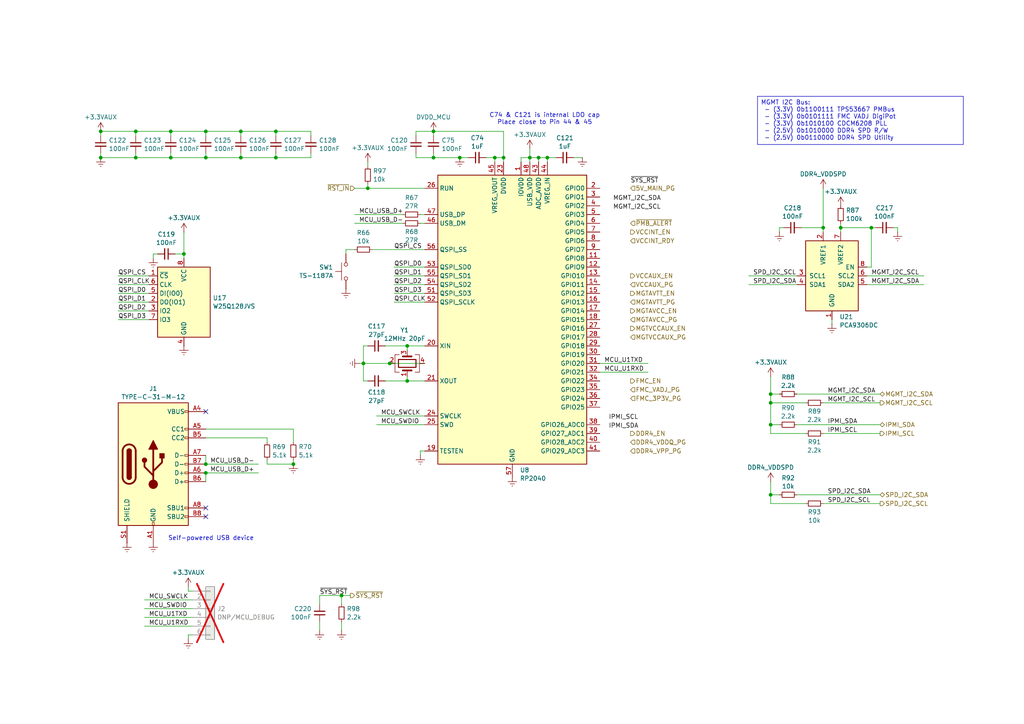
<source format=kicad_sch>
(kicad_sch (version 20231120) (generator "eeschema") (generator_version "8.0")
  (paper "A4")
  (title_block (title "System Monitor RP2040 MCU"))
  (lib_symbols
    (symbol "Connector:USB_C_Receptacle_USB2.0_16P" (pin_names (offset 1.016))
      (property "Reference" "J" (at 0 22.225 0))
      (property "Value" "USB_C_Receptacle_USB2.0_16P" (at 0 19.685 0))
      (symbol "USB_C_Receptacle_USB2.0_16P_0_0"
        (rectangle (start -0.254 -17.78) (end 0.254 -16.764))
        (rectangle (start 10.16 -14.986) (end 9.144 -15.494))
        (rectangle (start 10.16 -12.446) (end 9.144 -12.954))
        (rectangle (start 10.16 -4.826) (end 9.144 -5.334))
        (rectangle (start 10.16 -2.286) (end 9.144 -2.794))
        (rectangle (start 10.16 0.254) (end 9.144 -0.254))
        (rectangle (start 10.16 2.794) (end 9.144 2.286))
        (rectangle (start 10.16 7.874) (end 9.144 7.366))
        (rectangle (start 10.16 10.414) (end 9.144 9.906))
        (rectangle (start 10.16 15.494) (end 9.144 14.986))
      )
      (symbol "USB_C_Receptacle_USB2.0_16P_0_1"
        (rectangle (start -10.16 17.78) (end 10.16 -17.78) (stroke (width 0.254)) (fill (type background)))
        (arc (start -8.89 -3.81) (mid -6.985 -5.7067) (end -5.08 -3.81) (stroke (width 0.508)))
        (arc (start -7.62 -3.81) (mid -6.985 -4.4423) (end -6.35 -3.81) (stroke (width 0.254)))
        (arc (start -7.62 -3.81) (mid -6.985 -4.4423) (end -6.35 -3.81) (stroke (width 0.254)) (fill (type outline)))
        (rectangle (start -7.62 -3.81) (end -6.35 3.81) (stroke (width 0.254)) (fill (type outline)))
        (arc (start -6.35 3.81) (mid -6.985 4.4423) (end -7.62 3.81) (stroke (width 0.254)))
        (arc (start -6.35 3.81) (mid -6.985 4.4423) (end -7.62 3.81) (stroke (width 0.254)) (fill (type outline)))
        (arc (start -5.08 3.81) (mid -6.985 5.7067) (end -8.89 3.81) (stroke (width 0.508)))
        (circle (center -2.54 1.143) (radius 0.635) (stroke (width 0.254)) (fill (type outline)))
        (circle (center 0 -5.842) (radius 1.27) (fill (type outline)))
        (polyline (pts (xy -8.89 -3.81) (xy -8.89 3.81)) (stroke (width 0.508)))
        (polyline (pts (xy -5.08 3.81) (xy -5.08 -3.81)) (stroke (width 0.508)))
        (polyline (pts (xy 0 -5.842) (xy 0 4.318)) (stroke (width 0.508)))
        (polyline (pts (xy 0 -3.302) (xy -2.54 -0.762) (xy -2.54 0.508)) (stroke (width 0.508)))
        (polyline (pts (xy 0 -2.032) (xy 2.54 0.508) (xy 2.54 1.778)) (stroke (width 0.508)))
        (polyline (pts (xy -1.27 4.318) (xy 0 6.858) (xy 1.27 4.318) (xy -1.27 4.318)) (stroke (width 0.254)) (fill (type outline)))
        (rectangle (start 1.905 1.778) (end 3.175 3.048) (stroke (width 0.254)) (fill (type outline)))
      )
      (symbol "USB_C_Receptacle_USB2.0_16P_1_1"
        (pin passive line (at 0 -22.86 90) (length 5.08) (name "GND") (number "A1"))
        (pin passive line (at 0 -22.86 90) (length 5.08) hide (name "GND") (number "A12"))
        (pin passive line (at 15.24 15.24 180) (length 5.08) (name "VBUS") (number "A4"))
        (pin bidirectional line (at 15.24 10.16 180) (length 5.08) (name "CC1") (number "A5"))
        (pin bidirectional line (at 15.24 -2.54 180) (length 5.08) (name "D+") (number "A6"))
        (pin bidirectional line (at 15.24 2.54 180) (length 5.08) (name "D-") (number "A7"))
        (pin bidirectional line (at 15.24 -12.7 180) (length 5.08) (name "SBU1") (number "A8"))
        (pin passive line (at 15.24 15.24 180) (length 5.08) hide (name "VBUS") (number "A9"))
        (pin passive line (at 0 -22.86 90) (length 5.08) hide (name "GND") (number "B1"))
        (pin passive line (at 0 -22.86 90) (length 5.08) hide (name "GND") (number "B12"))
        (pin passive line (at 15.24 15.24 180) (length 5.08) hide (name "VBUS") (number "B4"))
        (pin bidirectional line (at 15.24 7.62 180) (length 5.08) (name "CC2") (number "B5"))
        (pin bidirectional line (at 15.24 -5.08 180) (length 5.08) (name "D+") (number "B6"))
        (pin bidirectional line (at 15.24 0 180) (length 5.08) (name "D-") (number "B7"))
        (pin bidirectional line (at 15.24 -15.24 180) (length 5.08) (name "SBU2") (number "B8"))
        (pin passive line (at 15.24 15.24 180) (length 5.08) hide (name "VBUS") (number "B9"))
        (pin passive line (at -7.62 -22.86 90) (length 5.08) (name "SHIELD") (number "S1"))
      )
    )
    (symbol "Connector_Generic:Conn_01x06" (pin_names (offset 1.016) hide)
      (property "Reference" "J" (at 0 7.62 0))
      (property "Value" "Conn_01x06" (at 0 -10.16 0))
      (symbol "Conn_01x06_1_1"
        (rectangle (start -1.27 -7.493) (end 0 -7.747) (stroke (width 0.1524)))
        (rectangle (start -1.27 -4.953) (end 0 -5.207) (stroke (width 0.1524)))
        (rectangle (start -1.27 -2.413) (end 0 -2.667) (stroke (width 0.1524)))
        (rectangle (start -1.27 0.127) (end 0 -0.127) (stroke (width 0.1524)))
        (rectangle (start -1.27 2.667) (end 0 2.413) (stroke (width 0.1524)))
        (rectangle (start -1.27 5.207) (end 0 4.953) (stroke (width 0.1524)))
        (rectangle (start -1.27 6.35) (end 1.27 -8.89) (stroke (width 0.254)) (fill (type background)))
        (pin passive line (at -5.08 5.08 0) (length 3.81) (name "Pin_1") (number "1"))
        (pin passive line (at -5.08 2.54 0) (length 3.81) (name "Pin_2") (number "2"))
        (pin passive line (at -5.08 0 0) (length 3.81) (name "Pin_3") (number "3"))
        (pin passive line (at -5.08 -2.54 0) (length 3.81) (name "Pin_4") (number "4"))
        (pin passive line (at -5.08 -5.08 0) (length 3.81) (name "Pin_5") (number "5"))
        (pin passive line (at -5.08 -7.62 0) (length 3.81) (name "Pin_6") (number "6"))
      )
    )
    (symbol "Device:C_Small" (pin_numbers hide) (pin_names (offset 0.254) hide)
      (property "Reference" "C" (at 0.254 1.778 0))
      (property "Value" "C_Small" (at 0.254 -2.032 0))
      (symbol "C_Small_0_1"
        (polyline (pts (xy -1.524 -0.508) (xy 1.524 -0.508)) (stroke (width 0.3302)))
        (polyline (pts (xy -1.524 0.508) (xy 1.524 0.508)) (stroke (width 0.3048)))
      )
      (symbol "C_Small_1_1"
        (pin passive line (at 0 2.54 270) (length 2.032) (name "~") (number "1"))
        (pin passive line (at 0 -2.54 90) (length 2.032) (name "~") (number "2"))
      )
    )
    (symbol "Device:Crystal_GND24" (pin_names (offset 1.016) hide)
      (property "Reference" "Y" (at 3.175 5.08 0))
      (property "Value" "Crystal_GND24" (at 3.175 3.175 0))
      (symbol "Crystal_GND24_0_1"
        (rectangle (start -1.143 2.54) (end 1.143 -2.54) (stroke (width 0.3048)))
        (polyline (pts (xy -2.54 0) (xy -2.032 0)))
        (polyline (pts (xy -2.032 -1.27) (xy -2.032 1.27)) (stroke (width 0.508)))
        (polyline (pts (xy 0 -3.81) (xy 0 -3.556)))
        (polyline (pts (xy 0 3.556) (xy 0 3.81)))
        (polyline (pts (xy 2.032 -1.27) (xy 2.032 1.27)) (stroke (width 0.508)))
        (polyline (pts (xy 2.032 0) (xy 2.54 0)))
        (polyline (pts (xy -2.54 -2.286) (xy -2.54 -3.556) (xy 2.54 -3.556) (xy 2.54 -2.286)))
        (polyline (pts (xy -2.54 2.286) (xy -2.54 3.556) (xy 2.54 3.556) (xy 2.54 2.286)))
      )
      (symbol "Crystal_GND24_1_1"
        (pin passive line (at -3.81 0 0) (length 1.27) (name "1") (number "1"))
        (pin passive line (at 0 5.08 270) (length 1.27) (name "2") (number "2"))
        (pin passive line (at 3.81 0 180) (length 1.27) (name "3") (number "3"))
        (pin passive line (at 0 -5.08 90) (length 1.27) (name "4") (number "4"))
      )
    )
    (symbol "Device:R_Small" (pin_numbers hide) (pin_names (offset 0.254) hide)
      (property "Reference" "R" (at 0.762 0.508 0))
      (property "Value" "R_Small" (at 0.762 -1.016 0))
      (symbol "R_Small_0_1"
        (rectangle (start -0.762 1.778) (end 0.762 -1.778) (stroke (width 0.2032)))
      )
      (symbol "R_Small_1_1"
        (pin passive line (at 0 2.54 270) (length 0.762) (name "~") (number "1"))
        (pin passive line (at 0 -2.54 90) (length 0.762) (name "~") (number "2"))
      )
    )
    (symbol "Interface:PCA9306DC" (pin_names (offset 1.016))
      (property "Reference" "U" (at -7.62 11.43 0))
      (property "Value" "PCA9306DC" (at 3.81 11.43 0))
      (symbol "PCA9306DC_0_1"
        (rectangle (start -7.62 10.16) (end 7.62 -10.16) (stroke (width 0.254)) (fill (type background)))
      )
      (symbol "PCA9306DC_1_1"
        (pin power_in line (at 0 -12.7 90) (length 2.54) (name "GND") (number "1"))
        (pin power_in line (at -2.54 12.7 270) (length 2.54) (name "VREF1") (number "2"))
        (pin bidirectional line (at -10.16 0 0) (length 2.54) (name "SCL1") (number "3"))
        (pin bidirectional line (at -10.16 -2.54 0) (length 2.54) (name "SDA1") (number "4"))
        (pin bidirectional line (at 10.16 -2.54 180) (length 2.54) (name "SDA2") (number "5"))
        (pin bidirectional line (at 10.16 0 180) (length 2.54) (name "SCL2") (number "6"))
        (pin power_in line (at 2.54 12.7 270) (length 2.54) (name "VREF2") (number "7"))
        (pin input line (at 10.16 2.54 180) (length 2.54) (name "EN") (number "8"))
      )
    )
    (symbol "MCU_RaspberryPi:RP2040"
      (property "Reference" "U" (at 17.78 45.72 0))
      (property "Value" "RP2040" (at 17.78 43.18 0))
      (symbol "RP2040_0_1"
        (rectangle (start -21.59 41.91) (end 21.59 -41.91) (stroke (width 0.254)) (fill (type background)))
      )
      (symbol "RP2040_1_1"
        (pin power_in line (at 2.54 45.72 270) (length 3.81) (name "IOVDD") (number "1"))
        (pin passive line (at 2.54 45.72 270) (length 3.81) hide (name "IOVDD") (number "10"))
        (pin bidirectional line (at 25.4 17.78 180) (length 3.81) (name "GPIO8") (number "11"))
        (pin bidirectional line (at 25.4 15.24 180) (length 3.81) (name "GPIO9") (number "12"))
        (pin bidirectional line (at 25.4 12.7 180) (length 3.81) (name "GPIO10") (number "13"))
        (pin bidirectional line (at 25.4 10.16 180) (length 3.81) (name "GPIO11") (number "14"))
        (pin bidirectional line (at 25.4 7.62 180) (length 3.81) (name "GPIO12") (number "15"))
        (pin bidirectional line (at 25.4 5.08 180) (length 3.81) (name "GPIO13") (number "16"))
        (pin bidirectional line (at 25.4 2.54 180) (length 3.81) (name "GPIO14") (number "17"))
        (pin bidirectional line (at 25.4 0 180) (length 3.81) (name "GPIO15") (number "18"))
        (pin input line (at -25.4 -38.1 0) (length 3.81) (name "TESTEN") (number "19"))
        (pin bidirectional line (at 25.4 38.1 180) (length 3.81) (name "GPIO0") (number "2"))
        (pin input line (at -25.4 -7.62 0) (length 3.81) (name "XIN") (number "20"))
        (pin passive line (at -25.4 -17.78 0) (length 3.81) (name "XOUT") (number "21"))
        (pin passive line (at 2.54 45.72 270) (length 3.81) hide (name "IOVDD") (number "22"))
        (pin power_in line (at -2.54 45.72 270) (length 3.81) (name "DVDD") (number "23"))
        (pin input line (at -25.4 -27.94 0) (length 3.81) (name "SWCLK") (number "24"))
        (pin bidirectional line (at -25.4 -30.48 0) (length 3.81) (name "SWD") (number "25"))
        (pin input line (at -25.4 38.1 0) (length 3.81) (name "RUN") (number "26"))
        (pin bidirectional line (at 25.4 -2.54 180) (length 3.81) (name "GPIO16") (number "27"))
        (pin bidirectional line (at 25.4 -5.08 180) (length 3.81) (name "GPIO17") (number "28"))
        (pin bidirectional line (at 25.4 -7.62 180) (length 3.81) (name "GPIO18") (number "29"))
        (pin bidirectional line (at 25.4 35.56 180) (length 3.81) (name "GPIO1") (number "3"))
        (pin bidirectional line (at 25.4 -10.16 180) (length 3.81) (name "GPIO19") (number "30"))
        (pin bidirectional line (at 25.4 -12.7 180) (length 3.81) (name "GPIO20") (number "31"))
        (pin bidirectional line (at 25.4 -15.24 180) (length 3.81) (name "GPIO21") (number "32"))
        (pin passive line (at 2.54 45.72 270) (length 3.81) hide (name "IOVDD") (number "33"))
        (pin bidirectional line (at 25.4 -17.78 180) (length 3.81) (name "GPIO22") (number "34"))
        (pin bidirectional line (at 25.4 -20.32 180) (length 3.81) (name "GPIO23") (number "35"))
        (pin bidirectional line (at 25.4 -22.86 180) (length 3.81) (name "GPIO24") (number "36"))
        (pin bidirectional line (at 25.4 -25.4 180) (length 3.81) (name "GPIO25") (number "37"))
        (pin bidirectional line (at 25.4 -30.48 180) (length 3.81) (name "GPIO26_ADC0") (number "38"))
        (pin bidirectional line (at 25.4 -33.02 180) (length 3.81) (name "GPIO27_ADC1") (number "39"))
        (pin bidirectional line (at 25.4 33.02 180) (length 3.81) (name "GPIO2") (number "4"))
        (pin bidirectional line (at 25.4 -35.56 180) (length 3.81) (name "GPIO28_ADC2") (number "40"))
        (pin bidirectional line (at 25.4 -38.1 180) (length 3.81) (name "GPIO29_ADC3") (number "41"))
        (pin passive line (at 2.54 45.72 270) (length 3.81) hide (name "IOVDD") (number "42"))
        (pin power_in line (at 7.62 45.72 270) (length 3.81) (name "ADC_AVDD") (number "43"))
        (pin power_in line (at 10.16 45.72 270) (length 3.81) (name "VREG_IN") (number "44"))
        (pin power_out line (at -5.08 45.72 270) (length 3.81) (name "VREG_VOUT") (number "45"))
        (pin bidirectional line (at -25.4 27.94 0) (length 3.81) (name "USB_DM") (number "46"))
        (pin bidirectional line (at -25.4 30.48 0) (length 3.81) (name "USB_DP") (number "47"))
        (pin power_in line (at 5.08 45.72 270) (length 3.81) (name "USB_VDD") (number "48"))
        (pin passive line (at 2.54 45.72 270) (length 3.81) hide (name "IOVDD") (number "49"))
        (pin bidirectional line (at 25.4 30.48 180) (length 3.81) (name "GPIO3") (number "5"))
        (pin passive line (at -2.54 45.72 270) (length 3.81) hide (name "DVDD") (number "50"))
        (pin bidirectional line (at -25.4 7.62 0) (length 3.81) (name "QSPI_SD3") (number "51"))
        (pin output line (at -25.4 5.08 0) (length 3.81) (name "QSPI_SCLK") (number "52"))
        (pin bidirectional line (at -25.4 15.24 0) (length 3.81) (name "QSPI_SD0") (number "53"))
        (pin bidirectional line (at -25.4 10.16 0) (length 3.81) (name "QSPI_SD2") (number "54"))
        (pin bidirectional line (at -25.4 12.7 0) (length 3.81) (name "QSPI_SD1") (number "55"))
        (pin bidirectional line (at -25.4 20.32 0) (length 3.81) (name "QSPI_SS") (number "56"))
        (pin power_in line (at 0 -45.72 90) (length 3.81) (name "GND") (number "57"))
        (pin bidirectional line (at 25.4 27.94 180) (length 3.81) (name "GPIO4") (number "6"))
        (pin bidirectional line (at 25.4 25.4 180) (length 3.81) (name "GPIO5") (number "7"))
        (pin bidirectional line (at 25.4 22.86 180) (length 3.81) (name "GPIO6") (number "8"))
        (pin bidirectional line (at 25.4 20.32 180) (length 3.81) (name "GPIO7") (number "9"))
      )
    )
    (symbol "Memory_Flash:W25Q128JVS"
      (property "Reference" "U" (at -8.89 8.89 0))
      (property "Value" "W25Q128JVS" (at 7.62 8.89 0))
      (symbol "W25Q128JVS_0_1"
        (rectangle (start -7.62 10.16) (end 7.62 -10.16) (stroke (width 0.254)) (fill (type background)))
      )
      (symbol "W25Q128JVS_1_1"
        (pin input line (at -10.16 7.62 0) (length 2.54) (name "~{CS}") (number "1"))
        (pin bidirectional line (at -10.16 0 0) (length 2.54) (name "DO(IO1)") (number "2"))
        (pin bidirectional line (at -10.16 -2.54 0) (length 2.54) (name "IO2") (number "3"))
        (pin power_in line (at 0 -12.7 90) (length 2.54) (name "GND") (number "4"))
        (pin bidirectional line (at -10.16 2.54 0) (length 2.54) (name "DI(IO0)") (number "5"))
        (pin input line (at -10.16 5.08 0) (length 2.54) (name "CLK") (number "6"))
        (pin bidirectional line (at -10.16 -5.08 0) (length 2.54) (name "IO3") (number "7"))
        (pin power_in line (at 0 12.7 270) (length 2.54) (name "VCC") (number "8"))
      )
    )
    (symbol "Switch:SW_Push" (pin_numbers hide) (pin_names (offset 1.016) hide)
      (property "Reference" "SW" (at 1.27 2.54 0))
      (property "Value" "SW_Push" (at 0 -1.524 0))
      (symbol "SW_Push_0_1"
        (circle (center -2.032 0) (radius 0.508))
        (polyline (pts (xy 0 1.27) (xy 0 3.048)))
        (polyline (pts (xy 2.54 1.27) (xy -2.54 1.27)))
        (circle (center 2.032 0) (radius 0.508))
        (pin passive line (at -5.08 0 0) (length 2.54) (name "1") (number "1"))
        (pin passive line (at 5.08 0 180) (length 2.54) (name "2") (number "2"))
      )
    )
    (symbol "power:+12V" (power) (pin_numbers hide) (pin_names (offset 0) hide)
      (property "Value" "+12V" (at 0 3.556 0))
      (symbol "+12V_0_1"
        (polyline (pts (xy -0.762 1.27) (xy 0 2.54)))
        (polyline (pts (xy 0 0) (xy 0 2.54)))
        (polyline (pts (xy 0 2.54) (xy 0.762 1.27)))
      )
      (symbol "+12V_1_1"
        (pin power_in line (at 0 0 90) (length 0) (name "~") (number "1"))
      )
    )
    (symbol "power:+5V" (power) (pin_numbers hide) (pin_names (offset 0) hide)
      (property "Value" "+5V" (at 0 3.556 0))
      (symbol "+5V_0_1"
        (polyline (pts (xy -0.762 1.27) (xy 0 2.54)))
        (polyline (pts (xy 0 0) (xy 0 2.54)))
        (polyline (pts (xy 0 2.54) (xy 0.762 1.27)))
      )
      (symbol "+5V_1_1"
        (pin power_in line (at 0 0 90) (length 0) (name "~") (number "1"))
      )
    )
    (symbol "power:Earth" (power) (pin_numbers hide) (pin_names (offset 0) hide)
      (property "Value" "Earth" (at 0 -3.81 0))
      (symbol "Earth_0_1"
        (polyline (pts (xy -0.635 -1.905) (xy 0.635 -1.905)))
        (polyline (pts (xy -0.127 -2.54) (xy 0.127 -2.54)))
        (polyline (pts (xy 0 -1.27) (xy 0 0)))
        (polyline (pts (xy 1.27 -1.27) (xy -1.27 -1.27)))
      )
      (symbol "Earth_1_1"
        (pin power_in line (at 0 0 270) (length 0) (name "~") (number "1"))
      )
    )
  )
  (junction (at 252.73 66.04))
  (junction (at 125.73 45.72))
  (junction (at 125.73 38.1))
  (junction (at 118.11 100.33))
  (junction (at 59.69 38.1))
  (junction (at 118.11 110.49))
  (junction (at 156.21 45.72))
  (junction (at 113.03 105.41))
  (junction (at 223.52 123.19))
  (junction (at 243.84 66.04))
  (junction (at 59.69 134.62))
  (junction (at 29.21 38.1))
  (junction (at 39.37 45.72))
  (junction (at 49.53 38.1))
  (junction (at 69.85 45.72))
  (junction (at 146.05 45.72))
  (junction (at 85.09 134.62))
  (junction (at 99.06 172.72))
  (junction (at 53.34 73.66))
  (junction (at 106.68 54.61))
  (junction (at 59.69 45.72))
  (junction (at 133.35 45.72))
  (junction (at 80.01 45.72))
  (junction (at 223.52 143.51))
  (junction (at 238.76 66.04))
  (junction (at 143.51 45.72))
  (junction (at 59.69 137.16))
  (junction (at 29.21 45.72))
  (junction (at 49.53 45.72))
  (junction (at 158.75 45.72))
  (junction (at 105.41 105.41))
  (junction (at 39.37 38.1))
  (junction (at 80.01 38.1))
  (junction (at 223.52 116.84))
  (junction (at 153.67 45.72))
  (junction (at 69.85 38.1))
  (junction (at 223.52 114.3))
  (no_connect (at 59.69 147.32))
  (no_connect (at 59.69 119.38))
  (no_connect (at 59.69 149.86))
  (wire (pts (xy 153.67 45.72) (xy 153.67 46.99)))
  (wire (pts (xy 102.87 54.61) (xy 106.68 54.61)))
  (wire (pts (xy 243.84 64.77) (xy 243.84 66.04)))
  (wire (pts (xy 49.53 38.1) (xy 59.69 38.1)))
  (wire (pts (xy 118.11 110.49) (xy 123.19 110.49)))
  (wire (pts (xy 114.3 87.63) (xy 123.19 87.63)))
  (wire (pts (xy 173.99 107.95) (xy 187.96 107.95)))
  (wire (pts (xy 105.41 110.49) (xy 105.41 105.41)))
  (wire (pts (xy 114.3 77.47) (xy 123.19 77.47)))
  (wire (pts (xy 109.22 120.65) (xy 123.19 120.65)))
  (wire (pts (xy 114.3 85.09) (xy 123.19 85.09)))
  (wire (pts (xy 34.29 87.63) (xy 43.18 87.63)))
  (wire (pts (xy 34.29 85.09) (xy 43.18 85.09)))
  (wire (pts (xy 223.52 116.84) (xy 233.68 116.84)))
  (wire (pts (xy 59.69 124.46) (xy 85.09 124.46)))
  (wire (pts (xy 120.65 44.45) (xy 120.65 45.72)))
  (wire (pts (xy 106.68 110.49) (xy 105.41 110.49)))
  (wire (pts (xy 231.14 114.3) (xy 255.27 114.3)))
  (wire (pts (xy 238.76 125.73) (xy 255.27 125.73)))
  (wire (pts (xy 251.46 77.47) (xy 252.73 77.47)))
  (wire (pts (xy 252.73 66.04) (xy 254 66.04)))
  (wire (pts (xy 59.69 39.37) (xy 59.69 38.1)))
  (wire (pts (xy 29.21 38.1) (xy 39.37 38.1)))
  (wire (pts (xy 77.47 127) (xy 77.47 128.27)))
  (wire (pts (xy 80.01 38.1) (xy 90.17 38.1)))
  (wire (pts (xy 59.69 44.45) (xy 59.69 45.72)))
  (wire (pts (xy 77.47 133.35) (xy 77.47 134.62)))
  (wire (pts (xy 80.01 38.1) (xy 80.01 39.37)))
  (wire (pts (xy 92.71 175.26) (xy 92.71 172.72)))
  (wire (pts (xy 151.13 45.72) (xy 151.13 46.99)))
  (wire (pts (xy 85.09 133.35) (xy 85.09 134.62)))
  (wire (pts (xy 49.53 44.45) (xy 49.53 45.72)))
  (wire (pts (xy 153.67 45.72) (xy 156.21 45.72)))
  (wire (pts (xy 59.69 137.16) (xy 74.93 137.16)))
  (wire (pts (xy 146.05 38.1) (xy 146.05 45.72)))
  (wire (pts (xy 223.52 116.84) (xy 223.52 123.19)))
  (wire (pts (xy 231.14 143.51) (xy 255.27 143.51)))
  (wire (pts (xy 223.52 143.51) (xy 226.06 143.51)))
  (wire (pts (xy 54.61 185.42) (xy 54.61 184.15)))
  (wire (pts (xy 39.37 38.1) (xy 39.37 39.37)))
  (wire (pts (xy 223.52 125.73) (xy 233.68 125.73)))
  (wire (pts (xy 133.35 45.72) (xy 135.89 45.72)))
  (wire (pts (xy 105.41 105.41) (xy 113.03 105.41)))
  (wire (pts (xy 260.35 66.04) (xy 259.08 66.04)))
  (wire (pts (xy 34.29 90.17) (xy 43.18 90.17)))
  (wire (pts (xy 158.75 46.99) (xy 158.75 45.72)))
  (wire (pts (xy 92.71 172.72) (xy 99.06 172.72)))
  (wire (pts (xy 59.69 38.1) (xy 69.85 38.1)))
  (wire (pts (xy 99.06 175.26) (xy 99.06 172.72)))
  (wire (pts (xy 90.17 44.45) (xy 90.17 45.72)))
  (wire (pts (xy 92.71 180.34) (xy 92.71 182.88)))
  (wire (pts (xy 49.53 45.72) (xy 39.37 45.72)))
  (wire (pts (xy 77.47 134.62) (xy 85.09 134.62)))
  (wire (pts (xy 29.21 44.45) (xy 29.21 45.72)))
  (wire (pts (xy 223.52 109.22) (xy 223.52 114.3)))
  (wire (pts (xy 223.52 123.19) (xy 226.06 123.19)))
  (wire (pts (xy 69.85 38.1) (xy 69.85 39.37)))
  (wire (pts (xy 41.91 181.61) (xy 55.88 181.61)))
  (wire (pts (xy 125.73 44.45) (xy 125.73 45.72)))
  (wire (pts (xy 118.11 100.33) (xy 123.19 100.33)))
  (wire (pts (xy 111.76 100.33) (xy 118.11 100.33)))
  (wire (pts (xy 80.01 44.45) (xy 80.01 45.72)))
  (wire (pts (xy 146.05 46.99) (xy 146.05 45.72)))
  (wire (pts (xy 85.09 124.46) (xy 85.09 128.27)))
  (wire (pts (xy 251.46 80.01) (xy 267.97 80.01)))
  (wire (pts (xy 217.17 82.55) (xy 231.14 82.55)))
  (wire (pts (xy 39.37 44.45) (xy 39.37 45.72)))
  (wire (pts (xy 223.52 114.3) (xy 226.06 114.3)))
  (wire (pts (xy 59.69 127) (xy 77.47 127)))
  (wire (pts (xy 118.11 101.6) (xy 118.11 100.33)))
  (wire (pts (xy 140.97 45.72) (xy 143.51 45.72)))
  (wire (pts (xy 59.69 45.72) (xy 49.53 45.72)))
  (wire (pts (xy 41.91 176.53) (xy 55.88 176.53)))
  (wire (pts (xy 34.29 80.01) (xy 43.18 80.01)))
  (wire (pts (xy 53.34 67.31) (xy 53.34 73.66)))
  (wire (pts (xy 232.41 66.04) (xy 238.76 66.04)))
  (wire (pts (xy 100.33 72.39) (xy 102.87 72.39)))
  (wire (pts (xy 114.3 80.01) (xy 123.19 80.01)))
  (wire (pts (xy 125.73 38.1) (xy 146.05 38.1)))
  (wire (pts (xy 54.61 184.15) (xy 55.88 184.15)))
  (wire (pts (xy 173.99 105.41) (xy 187.96 105.41)))
  (wire (pts (xy 49.53 38.1) (xy 49.53 39.37)))
  (wire (pts (xy 102.87 62.23) (xy 116.84 62.23)))
  (wire (pts (xy 223.52 139.7) (xy 223.52 143.51)))
  (wire (pts (xy 106.68 46.99) (xy 106.68 48.26)))
  (wire (pts (xy 156.21 45.72) (xy 156.21 46.99)))
  (wire (pts (xy 243.84 66.04) (xy 252.73 66.04)))
  (wire (pts (xy 50.8 73.66) (xy 53.34 73.66)))
  (wire (pts (xy 106.68 100.33) (xy 105.41 100.33)))
  (wire (pts (xy 104.14 105.41) (xy 105.41 105.41)))
  (wire (pts (xy 143.51 46.99) (xy 143.51 45.72)))
  (wire (pts (xy 53.34 73.66) (xy 53.34 74.93)))
  (wire (pts (xy 44.45 74.93) (xy 44.45 73.66)))
  (wire (pts (xy 231.14 123.19) (xy 255.27 123.19)))
  (wire (pts (xy 80.01 45.72) (xy 69.85 45.72)))
  (wire (pts (xy 44.45 73.66) (xy 45.72 73.66)))
  (wire (pts (xy 146.05 45.72) (xy 143.51 45.72)))
  (wire (pts (xy 241.3 92.71) (xy 241.3 93.98)))
  (wire (pts (xy 54.61 171.45) (xy 55.88 171.45)))
  (wire (pts (xy 223.52 143.51) (xy 223.52 146.05)))
  (wire (pts (xy 260.35 67.31) (xy 260.35 66.04)))
  (wire (pts (xy 217.17 80.01) (xy 231.14 80.01)))
  (wire (pts (xy 252.73 77.47) (xy 252.73 66.04)))
  (wire (pts (xy 226.06 67.31) (xy 226.06 66.04)))
  (wire (pts (xy 29.21 38.1) (xy 29.21 39.37)))
  (wire (pts (xy 54.61 170.18) (xy 54.61 171.45)))
  (wire (pts (xy 41.91 179.07) (xy 55.88 179.07)))
  (wire (pts (xy 223.52 123.19) (xy 223.52 125.73)))
  (wire (pts (xy 120.65 38.1) (xy 125.73 38.1)))
  (wire (pts (xy 223.52 146.05) (xy 233.68 146.05)))
  (wire (pts (xy 105.41 100.33) (xy 105.41 105.41)))
  (wire (pts (xy 238.76 54.61) (xy 238.76 66.04)))
  (wire (pts (xy 69.85 38.1) (xy 80.01 38.1)))
  (wire (pts (xy 238.76 116.84) (xy 255.27 116.84)))
  (wire (pts (xy 102.87 64.77) (xy 116.84 64.77)))
  (wire (pts (xy 90.17 45.72) (xy 80.01 45.72)))
  (wire (pts (xy 238.76 146.05) (xy 255.27 146.05)))
  (wire (pts (xy 59.69 137.16) (xy 59.69 139.7)))
  (wire (pts (xy 39.37 45.72) (xy 29.21 45.72)))
  (wire (pts (xy 121.92 130.81) (xy 123.19 130.81)))
  (wire (pts (xy 125.73 45.72) (xy 133.35 45.72)))
  (wire (pts (xy 121.92 62.23) (xy 123.19 62.23)))
  (wire (pts (xy 118.11 110.49) (xy 118.11 109.22)))
  (wire (pts (xy 226.06 66.04) (xy 227.33 66.04)))
  (wire (pts (xy 107.95 72.39) (xy 123.19 72.39)))
  (wire (pts (xy 223.52 114.3) (xy 223.52 116.84)))
  (wire (pts (xy 39.37 38.1) (xy 49.53 38.1)))
  (wire (pts (xy 69.85 44.45) (xy 69.85 45.72)))
  (wire (pts (xy 99.06 172.72) (xy 101.6 172.72)))
  (wire (pts (xy 99.06 180.34) (xy 99.06 182.88)))
  (wire (pts (xy 121.92 132.08) (xy 121.92 130.81)))
  (wire (pts (xy 166.37 45.72) (xy 168.91 45.72)))
  (wire (pts (xy 125.73 39.37) (xy 125.73 38.1)))
  (wire (pts (xy 100.33 73.66) (xy 100.33 72.39)))
  (wire (pts (xy 109.22 123.19) (xy 123.19 123.19)))
  (wire (pts (xy 69.85 45.72) (xy 59.69 45.72)))
  (wire (pts (xy 106.68 53.34) (xy 106.68 54.61)))
  (wire (pts (xy 106.68 54.61) (xy 123.19 54.61)))
  (wire (pts (xy 59.69 134.62) (xy 74.93 134.62)))
  (wire (pts (xy 238.76 66.04) (xy 238.76 67.31)))
  (wire (pts (xy 113.03 105.41) (xy 123.19 105.41)))
  (wire (pts (xy 41.91 173.99) (xy 55.88 173.99)))
  (wire (pts (xy 111.76 110.49) (xy 118.11 110.49)))
  (wire (pts (xy 114.3 82.55) (xy 123.19 82.55)))
  (wire (pts (xy 158.75 45.72) (xy 161.29 45.72)))
  (wire (pts (xy 151.13 45.72) (xy 153.67 45.72)))
  (wire (pts (xy 90.17 39.37) (xy 90.17 38.1)))
  (wire (pts (xy 34.29 82.55) (xy 43.18 82.55)))
  (wire (pts (xy 120.65 39.37) (xy 120.65 38.1)))
  (wire (pts (xy 243.84 66.04) (xy 243.84 67.31)))
  (wire (pts (xy 59.69 132.08) (xy 59.69 134.62)))
  (wire (pts (xy 34.29 92.71) (xy 43.18 92.71)))
  (wire (pts (xy 251.46 82.55) (xy 267.97 82.55)))
  (wire (pts (xy 156.21 45.72) (xy 158.75 45.72)))
  (wire (pts (xy 120.65 45.72) (xy 125.73 45.72)))
  (wire (pts (xy 153.67 43.18) (xy 153.67 45.72)))
  (wire (pts (xy 121.92 64.77) (xy 123.19 64.77)))
  (text_box "MGMT I2C Bus:\n - (3.3V) 0b1100111 TPS53667 PMBus\n - (3.3V) 0b0101111 FMC VADJ DigiPot\n - (3.3V) 0b1010100 CDCM6208 PLL\n - (2.5V) 0b1010000 DDR4 SPD R/W\n - (2.5V) 0b0110000 DDR4 SPD Utility" (at 219.71 27.94 0) (size 59.69 13.97) (effects (font (size 1.27 1.27)) (justify left top)))
  (text "Self-powered USB device" (at 61.214 156.21 0) (effects (font (size 1.27 1.27))))
  (text "C74 & C121 is internal LDO cap\nPlace close to Pin 44 & 45" (at 157.988 34.544 0) (effects (font (size 1.27 1.27))))
  (label "MGMT_I2C_SCL" (at 240.03 116.84 0))
  (label "MCU_USB_D-" (at 60.96 134.62 0))
  (label "SPD_I2C_SCL" (at 218.44 80.01 0))
  (label "QSPI_D0" (at 34.29 85.09 0))
  (label "MCU_SWCLK" (at 43.18 173.99 0))
  (label "MCU_USB_D-" (at 104.14 64.77 0))
  (label "QSPI_CS" (at 34.29 80.01 0))
  (label "MGMT_I2C_SCL" (at 252.73 80.01 0))
  (label "MGMT_I2C_SDA" (at 252.73 82.55 0))
  (label "QSPI_CLK" (at 34.29 82.55 0))
  (label "MCU_U1TXD" (at 43.18 179.07 0))
  (label "IPMI_SCL" (at 176.53 121.92 0))
  (label "QSPI_CLK" (at 114.3 87.63 0))
  (label "QSPI_CS" (at 114.3 72.39 0))
  (label "QSPI_D1" (at 114.3 80.01 0))
  (label "~{SYS_RST}" (at 182.88 53.34 0))
  (label "MCU_SWCLK" (at 110.49 120.65 0))
  (label "MGMT_I2C_SDA" (at 177.8 58.42 0))
  (label "IPMI_SCL" (at 240.03 125.73 0))
  (label "MGMT_I2C_SCL" (at 177.8 60.96 0))
  (label "QSPI_D1" (at 34.29 87.63 0))
  (label "SPD_I2C_SDA" (at 218.44 82.55 0))
  (label "QSPI_D0" (at 114.3 77.47 0))
  (label "~{SYS_RST}" (at 92.71 172.72 0))
  (label "MCU_SWDIO" (at 110.49 123.19 0))
  (label "MCU_USB_D+" (at 104.14 62.23 0))
  (label "MCU_SWDIO" (at 43.18 176.53 0))
  (label "MGMT_I2C_SDA" (at 240.03 114.3 0))
  (label "QSPI_D2" (at 34.29 90.17 0))
  (label "MCU_USB_D+" (at 60.96 137.16 0))
  (label "QSPI_D3" (at 114.3 85.09 0))
  (label "IPMI_SDA" (at 240.03 123.19 0))
  (label "MCU_U1RXD" (at 175.26 107.95 0))
  (label "MCU_U1TXD" (at 175.26 105.41 0))
  (label "SPD_I2C_SCL" (at 240.03 146.05 0))
  (label "IPMI_SDA" (at 176.53 124.46 0))
  (label "QSPI_D3" (at 34.29 92.71 0))
  (label "MCU_U1RXD" (at 43.18 181.61 0))
  (label "SPD_I2C_SDA" (at 240.03 143.51 0))
  (label "QSPI_D2" (at 114.3 82.55 0))
  (hierarchical_label "MGTAVTT_EN" (shape output) (at 182.88 85.09 0))
  (hierarchical_label "VCCAUX_EN" (shape output) (at 182.88 80.01 0))
  (hierarchical_label "IPMI_SCL" (shape output) (at 255.27 125.73 0))
  (hierarchical_label "MGMT_I2C_SDA" (shape bidirectional) (at 255.27 114.3 0))
  (hierarchical_label "DDR4_EN" (shape output) (at 182.88 125.73 0))
  (hierarchical_label "MGTVCCAUX_EN" (shape output) (at 182.88 95.25 0))
  (hierarchical_label "DDR4_VDDQ_PG" (shape input) (at 182.88 128.27 0))
  (hierarchical_label "MGTAVTT_PG" (shape input) (at 182.88 87.63 0))
  (hierarchical_label "~{RST_IN}" (shape input) (at 102.87 54.61 180))
  (hierarchical_label "FMC_VADJ_PG" (shape input) (at 182.88 113.03 0))
  (hierarchical_label "~{SYS_RST}" (shape output) (at 101.6 172.72 0))
  (hierarchical_label "FMC_EN" (shape output) (at 182.88 110.49 0))
  (hierarchical_label "MGTVCCAUX_PG" (shape input) (at 182.88 97.79 0))
  (hierarchical_label "MGMT_I2C_SCL" (shape output) (at 255.27 116.84 0))
  (hierarchical_label "DDR4_VPP_PG" (shape input) (at 182.88 130.81 0))
  (hierarchical_label "VCCINT_EN" (shape output) (at 182.88 67.31 0))
  (hierarchical_label "SPD_I2C_SCL" (shape output) (at 255.27 146.05 0))
  (hierarchical_label "MGTAVCC_EN" (shape output) (at 182.88 90.17 0))
  (hierarchical_label "SPD_I2C_SDA" (shape bidirectional) (at 255.27 143.51 0))
  (hierarchical_label "VCCAUX_PG" (shape input) (at 182.88 82.55 0))
  (hierarchical_label "~{PMB_ALERT}" (shape input) (at 182.88 64.77 0))
  (hierarchical_label "MGTAVCC_PG" (shape input) (at 182.88 92.71 0))
  (hierarchical_label "VCCINT_RDY" (shape input) (at 182.88 69.85 0))
  (hierarchical_label "FMC_3P3V_PG" (shape input) (at 182.88 115.57 0))
  (hierarchical_label "IPMI_SDA" (shape bidirectional) (at 255.27 123.19 0))
  (hierarchical_label "5V_MAIN_PG" (shape input) (at 182.88 54.61 0))
  (symbol (lib_id "Device:C_Small") (at 138.43 45.72 90) (unit 1)
    (property "Reference" "C74" (at 138.4363 40.0134 90))
    (property "Value" "1uF" (at 138.4363 42.4377 90))
    (property "Footprint" "Capacitor_SMD:C_0402_1005Metric" (effects (hide yes)))
    (property "Description" "Unpolarized capacitor, small symbol" (effects (hide yes)))
  )
  (symbol (lib_id "Device:C_Small") (at 39.37 41.91 0) (unit 1)
    (property "Reference" "C123" (at 41.6941 40.7041 0) (effects (justify left)))
    (property "Value" "100nF" (at 41.6941 43.1284 0) (effects (justify left)))
    (property "Footprint" "Capacitor_SMD:C_0402_1005Metric" (effects (hide yes)))
    (property "Description" "Unpolarized capacitor, small symbol" (effects (hide yes)))
  )
  (symbol (lib_id "power:Earth") (at 99.06 182.88 0) (unit 1)
    (property "Reference" "#PWR0280" (effects (hide yes)))
    (property "Value" "Earth" (effects (hide yes)))
    (property "Description" "Power symbol creates a global label with name \"Earth\"" (effects (hide yes)))
  )
  (symbol (lib_id "power:Earth") (at 168.91 45.72 0) (unit 1)
    (property "Reference" "#PWR095" (effects (hide yes)))
    (property "Value" "Earth" (effects (hide yes)))
    (property "Description" "Power symbol creates a global label with name \"Earth\"" (effects (hide yes)))
  )
  (symbol (lib_id "power:+5V") (at 223.52 139.7 0) (unit 1)
    (property "Reference" "#PWR0272" (effects (hide yes)))
    (property "Value" "DDR4_VDDSPD" (at 223.52 135.5669 0))
    (property "Description" "Power symbol creates a global label with \"DDR4_VDDSPD\"" (effects (hide yes)))
  )
  (symbol (lib_id "power:Earth") (at 44.45 74.93 0) (unit 1)
    (property "Reference" "#PWR0172" (effects (hide yes)))
    (property "Value" "Earth" (effects (hide yes)))
    (property "Description" "Power symbol creates a global label with name \"Earth\"" (effects (hide yes)))
  )
  (symbol (lib_id "power:Earth") (at 100.33 83.82 0) (unit 1)
    (property "Reference" "#PWR0173" (effects (hide yes)))
    (property "Value" "Earth" (effects (hide yes)))
    (property "Description" "Power symbol creates a global label with name \"Earth\"" (effects (hide yes)))
  )
  (symbol (lib_id "Device:R_Small") (at 119.38 62.23 270) (unit 1)
    (property "Reference" "R67" (at 119.38 57.3489 90))
    (property "Value" "27R" (at 119.38 59.7732 90))
    (property "Footprint" "Resistor_SMD:R_0402_1005Metric" (effects (hide yes)))
    (property "Description" "Resistor, small symbol" (effects (hide yes)))
  )
  (symbol (lib_id "Device:C_Small") (at 29.21 41.91 0) (unit 1)
    (property "Reference" "C122" (at 31.5341 40.7041 0) (effects (justify left)))
    (property "Value" "100nF" (at 31.5341 43.1284 0) (effects (justify left)))
    (property "Footprint" "Capacitor_SMD:C_0402_1005Metric" (effects (hide yes)))
    (property "Description" "Unpolarized capacitor, small symbol" (effects (hide yes)))
  )
  (symbol (lib_id "Device:R_Small") (at 106.68 50.8 0) (unit 1)
    (property "Reference" "R97" (at 108.1786 49.5878 0) (effects (justify left)))
    (property "Value" "10k" (at 108.1786 52.0121 0) (effects (justify left)))
    (property "Footprint" "Resistor_SMD:R_0402_1005Metric" (effects (hide yes)))
    (property "Description" "Resistor, small symbol" (effects (hide yes)))
  )
  (symbol (lib_id "Device:R_Small") (at 236.22 125.73 270) (unit 1)
    (property "Reference" "R91" (at 236.22 128.1867 90))
    (property "Value" "2.2k" (at 236.22 130.611 90))
    (property "Footprint" "Resistor_SMD:R_0402_1005Metric" (effects (hide yes)))
    (property "Description" "Resistor, small symbol" (effects (hide yes)))
  )
  (symbol (lib_id "power:Earth") (at 133.35 45.72 0) (unit 1)
    (property "Reference" "#PWR094" (effects (hide yes)))
    (property "Value" "Earth" (effects (hide yes)))
    (property "Description" "Power symbol creates a global label with name \"Earth\"" (effects (hide yes)))
  )
  (symbol (lib_id "Device:R_Small") (at 236.22 116.84 270) (unit 1)
    (property "Reference" "R89" (at 236.22 119.2967 90))
    (property "Value" "2.2k" (at 236.22 121.721 90))
    (property "Footprint" "Resistor_SMD:R_0402_1005Metric" (effects (hide yes)))
    (property "Description" "Resistor, small symbol" (effects (hide yes)))
  )
  (symbol (lib_id "Device:C_Small") (at 48.26 73.66 270) (unit 1)
    (property "Reference" "C119" (at 48.2536 67.9534 90))
    (property "Value" "100nF" (at 48.2536 70.3777 90))
    (property "Footprint" "Capacitor_SMD:C_0402_1005Metric" (effects (hide yes)))
    (property "Description" "Unpolarized capacitor, small symbol" (effects (hide yes)))
  )
  (symbol (lib_id "Device:C_Small") (at 49.53 41.91 0) (unit 1)
    (property "Reference" "C124" (at 51.8541 40.7041 0) (effects (justify left)))
    (property "Value" "100nF" (at 51.8541 43.1284 0) (effects (justify left)))
    (property "Footprint" "Capacitor_SMD:C_0402_1005Metric" (effects (hide yes)))
    (property "Description" "Unpolarized capacitor, small symbol" (effects (hide yes)))
  )
  (symbol (lib_id "power:Earth") (at 148.59 138.43 0) (unit 1)
    (property "Reference" "#PWR0178" (effects (hide yes)))
    (property "Value" "Earth" (effects (hide yes)))
    (property "Description" "Power symbol creates a global label with name \"Earth\"" (effects (hide yes)))
  )
  (symbol (lib_id "power:Earth") (at 29.21 45.72 0) (unit 1)
    (property "Reference" "#PWR0176" (effects (hide yes)))
    (property "Value" "Earth" (effects (hide yes)))
    (property "Description" "Power symbol creates a global label with name \"Earth\"" (effects (hide yes)))
  )
  (symbol (lib_id "Device:R_Small") (at 85.09 130.81 0) (unit 1)
    (property "Reference" "R70" (at 86.5886 129.5978 0) (effects (justify left)))
    (property "Value" "5.1k" (at 86.5886 132.0221 0) (effects (justify left)))
    (property "Footprint" "Resistor_SMD:R_0402_1005Metric" (effects (hide yes)))
    (property "Description" "Resistor, small symbol" (effects (hide yes)))
  )
  (symbol (lib_id "Device:Crystal_GND24") (at 118.11 105.41 90) (unit 1)
    (property "Reference" "Y1" (at 117.348 95.758 90))
    (property "Value" "12MHz 20pF" (at 117.348 98.1823 90))
    (property "Footprint" "Crystal:Crystal_SMD_3225-4Pin_3.2x2.5mm" (effects (hide yes)))
    (property "Description" "Four pin crystal, GND on pins 2 and 4, small symbol" (effects (hide yes)))
    (property "LCSC Part" "C9002" (effects (hide yes)))
  )
  (symbol (lib_id "power:+12V") (at 106.68 46.99 0) (unit 1)
    (property "Reference" "#PWR0279" (effects (hide yes)))
    (property "Value" "+3.3VAUX" (at 106.68 42.8569 0))
    (property "Description" "Power symbol creates a global label with name \"+3.3VAUX\"" (effects (hide yes)))
  )
  (symbol (lib_id "Device:C_Small") (at 163.83 45.72 90) (unit 1)
    (property "Reference" "C121" (at 163.8363 40.0134 90))
    (property "Value" "1uF" (at 163.8363 42.4377 90))
    (property "Footprint" "Capacitor_SMD:C_0402_1005Metric" (effects (hide yes)))
    (property "Description" "Unpolarized capacitor, small symbol" (effects (hide yes)))
  )
  (symbol (lib_id "Device:C_Small") (at 92.71 177.8 180) (unit 1)
    (property "Reference" "C220" (at 90.386 176.5814 0) (effects (justify left)))
    (property "Value" "100nF" (at 90.386 179.0057 0) (effects (justify left)))
    (property "Footprint" "Capacitor_SMD:C_0402_1005Metric" (effects (hide yes)))
    (property "Description" "Unpolarized capacitor, small symbol" (effects (hide yes)))
  )
  (symbol (lib_id "power:+12V") (at 29.21 38.1 0) (unit 1)
    (property "Reference" "#PWR0175" (effects (hide yes)))
    (property "Value" "+3.3VAUX" (at 29.21 33.9669 0))
    (property "Description" "Power symbol creates a global label with name \"+3.3VAUX\"" (effects (hide yes)))
  )
  (symbol (lib_id "power:Earth") (at 241.3 93.98 0) (unit 1)
    (property "Reference" "#PWR0268" (effects (hide yes)))
    (property "Value" "Earth" (effects (hide yes)))
    (property "Description" "Power symbol creates a global label with name \"Earth\"" (effects (hide yes)))
  )
  (symbol (lib_id "Device:R_Small") (at 243.84 62.23 0) (unit 1)
    (property "Reference" "R87" (at 245.3386 61.0178 0) (effects (justify left)))
    (property "Value" "100k" (at 245.3386 63.4421 0) (effects (justify left)))
    (property "Footprint" "Resistor_SMD:R_0402_1005Metric" (effects (hide yes)))
    (property "Description" "Resistor, small symbol" (effects (hide yes)))
  )
  (symbol (lib_id "Switch:SW_Push") (at 100.33 78.74 90) (unit 1)
    (property "Reference" "SW1" (at 96.6471 77.5278 90) (effects (justify left)))
    (property "Value" "TS-1187A" (at 96.6471 79.9521 90) (effects (justify left)))
    (property "Footprint" "Button_Switch_SMD:SW_Push_1P1T_XKB_TS-1187A" (effects (hide yes)))
    (property "Description" "Push button switch, generic, two pins" (effects (hide yes)))
    (property "LCSC Part" "C318884" (effects (hide yes)))
  )
  (symbol (lib_id "Interface:PCA9306DC") (at 241.3 80.01 0) (unit 1)
    (property "Reference" "U21" (at 243.4941 91.8901 0) (effects (justify left)))
    (property "Value" "PCA9306DC" (at 243.4941 94.3144 0) (effects (justify left)))
    (property "Footprint" "Package_SO:VSSOP-8_2.3x2mm_P0.5mm" (effects (hide yes)))
    (property "Datasheet" "https://www.nxp.com/docs/en/data-sheet/PCA9306.pdf" (effects (hide yes)))
    (property "Description" "Dual bidirectional I2C Bus and SMBus voltage level translator, VSSOP-8, Discontinued" (effects (hide yes)))
  )
  (symbol (lib_id "Device:R_Small") (at 119.38 64.77 270) (unit 1)
    (property "Reference" "R68" (at 119.38 67.2267 90))
    (property "Value" "27R" (at 119.38 69.651 90))
    (property "Footprint" "Resistor_SMD:R_0402_1005Metric" (effects (hide yes)))
    (property "Description" "Resistor, small symbol" (effects (hide yes)))
  )
  (symbol (lib_id "power:+12V") (at 54.61 170.18 0) (unit 1)
    (property "Reference" "#PWR0183" (effects (hide yes)))
    (property "Value" "+3.3VAUX" (at 54.61 166.0469 0))
    (property "Description" "Power symbol creates a global label with name \"+3.3VAUX\"" (effects (hide yes)))
  )
  (symbol (lib_id "power:+12V") (at 125.73 38.1 0) (unit 1)
    (property "Reference" "#PWR092" (effects (hide yes)))
    (property "Value" "DVDD_MCU" (at 125.73 33.9669 0))
    (property "Description" "Power symbol creates a global label with name \"+3.3VAUX\"" (effects (hide yes)))
  )
  (symbol (lib_id "Device:C_Small") (at 69.85 41.91 0) (unit 1)
    (property "Reference" "C126" (at 72.1741 40.7041 0) (effects (justify left)))
    (property "Value" "100nF" (at 72.1741 43.1284 0) (effects (justify left)))
    (property "Footprint" "Capacitor_SMD:C_0402_1005Metric" (effects (hide yes)))
    (property "Description" "Unpolarized capacitor, small symbol" (effects (hide yes)))
  )
  (symbol (lib_id "Device:R_Small") (at 77.47 130.81 0) (unit 1)
    (property "Reference" "R69" (at 78.9686 129.5978 0) (effects (justify left)))
    (property "Value" "5.1k" (at 78.9686 132.0221 0) (effects (justify left)))
    (property "Footprint" "Resistor_SMD:R_0402_1005Metric" (effects (hide yes)))
    (property "Description" "Resistor, small symbol" (effects (hide yes)))
  )
  (symbol (lib_id "Device:R_Small") (at 105.41 72.39 270) (unit 1)
    (property "Reference" "R66" (at 105.41 67.5089 90))
    (property "Value" "10k" (at 105.41 69.9332 90))
    (property "Footprint" "Resistor_SMD:R_0402_1005Metric" (effects (hide yes)))
    (property "Description" "Resistor, small symbol" (effects (hide yes)))
  )
  (symbol (lib_id "power:Earth") (at 36.83 157.48 0) (unit 1)
    (property "Reference" "#PWR0181" (effects (hide yes)))
    (property "Value" "Earth" (effects (hide yes)))
    (property "Description" "Power symbol creates a global label with name \"Earth\"" (effects (hide yes)))
  )
  (symbol (lib_id "Device:C_Small") (at 59.69 41.91 0) (unit 1)
    (property "Reference" "C125" (at 62.0141 40.7041 0) (effects (justify left)))
    (property "Value" "100nF" (at 62.0141 43.1284 0) (effects (justify left)))
    (property "Footprint" "Capacitor_SMD:C_0402_1005Metric" (effects (hide yes)))
    (property "Description" "Unpolarized capacitor, small symbol" (effects (hide yes)))
  )
  (symbol (lib_id "Device:R_Small") (at 228.6 143.51 270) (unit 1)
    (property "Reference" "R92" (at 228.6 138.6289 90))
    (property "Value" "10k" (at 228.6 141.0532 90))
    (property "Footprint" "Resistor_SMD:R_0402_1005Metric" (effects (hide yes)))
    (property "Description" "Resistor, small symbol" (effects (hide yes)))
  )
  (symbol (lib_id "power:Earth") (at 92.71 182.88 0) (unit 1)
    (property "Reference" "#PWR0281" (effects (hide yes)))
    (property "Value" "Earth" (effects (hide yes)))
    (property "Description" "Power symbol creates a global label with name \"Earth\"" (effects (hide yes)))
  )
  (symbol (lib_id "Device:C_Small") (at 80.01 41.91 0) (unit 1)
    (property "Reference" "C127" (at 82.3341 40.7041 0) (effects (justify left)))
    (property "Value" "100nF" (at 82.3341 43.1284 0) (effects (justify left)))
    (property "Footprint" "Capacitor_SMD:C_0402_1005Metric" (effects (hide yes)))
    (property "Description" "Unpolarized capacitor, small symbol" (effects (hide yes)))
  )
  (symbol (lib_id "power:Earth") (at 53.34 100.33 0) (unit 1)
    (property "Reference" "#PWR0177" (effects (hide yes)))
    (property "Value" "Earth" (effects (hide yes)))
    (property "Description" "Power symbol creates a global label with name \"Earth\"" (effects (hide yes)))
  )
  (symbol (lib_id "power:Earth") (at 85.09 134.62 0) (unit 1)
    (property "Reference" "#PWR0180" (effects (hide yes)))
    (property "Value" "Earth" (effects (hide yes)))
    (property "Description" "Power symbol creates a global label with name \"Earth\"" (effects (hide yes)))
  )
  (symbol (lib_id "power:Earth") (at 260.35 67.31 0) (unit 1)
    (property "Reference" "#PWR0267" (effects (hide yes)))
    (property "Value" "Earth" (effects (hide yes)))
    (property "Description" "Power symbol creates a global label with name \"Earth\"" (effects (hide yes)))
  )
  (symbol (lib_id "power:+12V") (at 153.67 43.18 0) (unit 1)
    (property "Reference" "#PWR0174" (effects (hide yes)))
    (property "Value" "+3.3VAUX" (at 153.67 39.0469 0))
    (property "Description" "Power symbol creates a global label with name \"+3.3VAUX\"" (effects (hide yes)))
  )
  (symbol (lib_id "Device:C_Small") (at 256.54 66.04 90) (unit 1)
    (property "Reference" "C217" (at 256.5463 60.3334 90))
    (property "Value" "100nF" (at 256.5463 62.7577 90))
    (property "Footprint" "Capacitor_SMD:C_0402_1005Metric" (effects (hide yes)))
    (property "Description" "Unpolarized capacitor, small symbol" (effects (hide yes)))
  )
  (symbol (lib_id "power:Earth") (at 104.14 105.41 270) (unit 1)
    (property "Reference" "#PWR093" (effects (hide yes)))
    (property "Value" "Earth" (effects (hide yes)))
    (property "Description" "Power symbol creates a global label with name \"Earth\"" (effects (hide yes)))
  )
  (symbol (lib_id "power:Earth") (at 44.45 157.48 0) (unit 1)
    (property "Reference" "#PWR0182" (effects (hide yes)))
    (property "Value" "Earth" (effects (hide yes)))
    (property "Description" "Power symbol creates a global label with name \"Earth\"" (effects (hide yes)))
  )
  (symbol (lib_id "Connector:USB_C_Receptacle_USB2.0_16P") (at 44.45 134.62 0) (unit 1)
    (property "Reference" "J1" (at 44.45 112.6955 0))
    (property "Value" "TYPE-C-31-M-12" (at 44.45 115.1198 0))
    (property "Footprint" "Connector_USB:USB_C_Receptacle_HRO_TYPE-C-31-M-12" (effects (hide yes)))
    (property "Datasheet" "https://www.usb.org/sites/default/files/documents/usb_type-c.zip" (effects (hide yes)))
    (property "Description" "USB 2.0-only 14P Type-C Receptacle connector" (effects (hide yes)))
  )
  (symbol (lib_id "Device:C_Small") (at 229.87 66.04 90) (unit 1)
    (property "Reference" "C218" (at 229.8763 60.3334 90))
    (property "Value" "100nF" (at 229.8763 62.7577 90))
    (property "Footprint" "Capacitor_SMD:C_0402_1005Metric" (effects (hide yes)))
    (property "Description" "Unpolarized capacitor, small symbol" (effects (hide yes)))
  )
  (symbol (lib_id "MCU_RaspberryPi:RP2040") (at 148.59 92.71 0) (unit 1)
    (property "Reference" "U8" (at 150.7841 136.3401 0) (effects (justify left)))
    (property "Value" "RP2040" (at 150.7841 138.7644 0) (effects (justify left)))
    (property "Footprint" "Package_DFN_QFN:QFN-56-1EP_7x7mm_P0.4mm_EP3.2x3.2mm" (effects (hide yes)))
    (property "Datasheet" "https://datasheets.raspberrypi.com/rp2040/rp2040-datasheet.pdf" (effects (hide yes)))
    (property "Description" "A microcontroller by Raspberry Pi" (effects (hide yes)))
  )
  (symbol (lib_id "power:Earth") (at 121.92 132.08 0) (unit 1)
    (property "Reference" "#PWR0179" (effects (hide yes)))
    (property "Value" "Earth" (effects (hide yes)))
    (property "Description" "Power symbol creates a global label with name \"Earth\"" (effects (hide yes)))
  )
  (symbol (lib_id "Device:R_Small") (at 236.22 146.05 270) (unit 1)
    (property "Reference" "R93" (at 236.22 148.5067 90))
    (property "Value" "10k" (at 236.22 150.931 90))
    (property "Footprint" "Resistor_SMD:R_0402_1005Metric" (effects (hide yes)))
    (property "Description" "Resistor, small symbol" (effects (hide yes)))
  )
  (symbol (lib_id "power:Earth") (at 54.61 185.42 0) (unit 1)
    (property "Reference" "#PWR0184" (effects (hide yes)))
    (property "Value" "Earth" (effects (hide yes)))
    (property "Description" "Power symbol creates a global label with name \"Earth\"" (effects (hide yes)))
  )
  (symbol (lib_id "Connector_Generic:Conn_01x06") (at 60.96 176.53 0) (unit 1) (dnp yes)
    (property "Reference" "J2" (at 62.992 176.5878 0) (effects (justify left)))
    (property "Value" "DNP/MCU_DEBUG" (at 62.992 179.0121 0) (effects (justify left)))
    (property "Footprint" "Connector_PinHeader_2.00mm:PinHeader_1x06_P2.00mm_Vertical" (effects (hide yes)))
    (property "Description" "Generic connector, single row, 01x06, script generated (kicad-library-utils/schlib/autogen/connector/)" (effects (hide yes)))
  )
  (symbol (lib_id "power:+12V") (at 243.84 59.69 0) (unit 1)
    (property "Reference" "#PWR0266" (effects (hide yes)))
    (property "Value" "+3.3VAUX" (at 243.84 55.5569 0))
    (property "Description" "Power symbol creates a global label with name \"+3.3VAUX\"" (effects (hide yes)))
  )
  (symbol (lib_id "Device:R_Small") (at 228.6 114.3 270) (unit 1)
    (property "Reference" "R88" (at 228.6 109.4189 90))
    (property "Value" "2.2k" (at 228.6 111.8432 90))
    (property "Footprint" "Resistor_SMD:R_0402_1005Metric" (effects (hide yes)))
    (property "Description" "Resistor, small symbol" (effects (hide yes)))
  )
  (symbol (lib_id "Device:C_Small") (at 109.22 100.33 90) (unit 1)
    (property "Reference" "C117" (at 109.2263 94.6234 90))
    (property "Value" "27pF" (at 109.2263 97.0477 90))
    (property "Footprint" "Capacitor_SMD:C_0402_1005Metric" (effects (hide yes)))
    (property "Description" "Unpolarized capacitor, small symbol" (effects (hide yes)))
  )
  (symbol (lib_id "Device:C_Small") (at 90.17 41.91 0) (unit 1)
    (property "Reference" "C128" (at 92.4941 40.7041 0) (effects (justify left)))
    (property "Value" "100nF" (at 92.4941 43.1284 0) (effects (justify left)))
    (property "Footprint" "Capacitor_SMD:C_0402_1005Metric" (effects (hide yes)))
    (property "Description" "Unpolarized capacitor, small symbol" (effects (hide yes)))
  )
  (symbol (lib_id "Memory_Flash:W25Q128JVS") (at 53.34 87.63 0) (unit 1)
    (property "Reference" "U17" (at 61.722 86.4178 0) (effects (justify left)))
    (property "Value" "W25Q128JVS" (at 61.722 88.8421 0) (effects (justify left)))
    (property "Footprint" "Package_SO:SOIC-8_5.23x5.23mm_P1.27mm" (effects (hide yes)))
    (property "Datasheet" "http://www.winbond.com/resource-files/w25q128jv_dtr%20revc%2003272018%20plus.pdf" (effects (hide yes)))
    (property "Description" "128Mb Serial Flash Memory, Standard/Dual/Quad SPI, SOIC-8" (effects (hide yes)))
  )
  (symbol (lib_id "Device:R_Small") (at 228.6 123.19 270) (unit 1)
    (property "Reference" "R90" (at 228.6 118.3089 90))
    (property "Value" "2.2k" (at 228.6 120.7332 90))
    (property "Footprint" "Resistor_SMD:R_0402_1005Metric" (effects (hide yes)))
    (property "Description" "Resistor, small symbol" (effects (hide yes)))
  )
  (symbol (lib_id "power:+5V") (at 238.76 54.61 0) (unit 1)
    (property "Reference" "#PWR0269" (effects (hide yes)))
    (property "Value" "DDR4_VDDSPD" (at 238.76 50.4769 0))
    (property "Description" "Power symbol creates a global label with \"DDR4_VDDSPD\"" (effects (hide yes)))
  )
  (symbol (lib_id "Device:R_Small") (at 99.06 177.8 0) (unit 1)
    (property "Reference" "R98" (at 100.5586 176.5878 0) (effects (justify left)))
    (property "Value" "2.2k" (at 100.5586 179.0121 0) (effects (justify left)))
    (property "Footprint" "Resistor_SMD:R_0402_1005Metric" (effects (hide yes)))
    (property "Description" "Resistor, small symbol" (effects (hide yes)))
  )
  (symbol (lib_id "power:+12V") (at 53.34 67.31 0) (unit 1)
    (property "Reference" "#PWR0171" (effects (hide yes)))
    (property "Value" "+3.3VAUX" (at 53.34 63.1769 0))
    (property "Description" "Power symbol creates a global label with name \"+3.3VAUX\"" (effects (hide yes)))
  )
  (symbol (lib_id "Device:C_Small") (at 109.22 110.49 90) (unit 1)
    (property "Reference" "C118" (at 109.2263 113.7722 90))
    (property "Value" "27pF" (at 109.2263 116.1965 90))
    (property "Footprint" "Capacitor_SMD:C_0402_1005Metric" (effects (hide yes)))
    (property "Description" "Unpolarized capacitor, small symbol" (effects (hide yes)))
  )
  (symbol (lib_id "Device:C_Small") (at 120.65 41.91 0) (unit 1)
    (property "Reference" "C120" (at 118.326 40.7041 0) (effects (justify right)))
    (property "Value" "100nF" (at 118.326 43.1284 0) (effects (justify right)))
    (property "Footprint" "Capacitor_SMD:C_0402_1005Metric" (effects (hide yes)))
    (property "Description" "Unpolarized capacitor, small symbol" (effects (hide yes)))
  )
  (symbol (lib_id "power:+12V") (at 223.52 109.22 0) (unit 1)
    (property "Reference" "#PWR0271" (effects (hide yes)))
    (property "Value" "+3.3VAUX" (at 223.52 105.0869 0))
    (property "Description" "Power symbol creates a global label with name \"+3.3VAUX\"" (effects (hide yes)))
  )
  (symbol (lib_id "power:Earth") (at 226.06 67.31 0) (unit 1)
    (property "Reference" "#PWR0270" (effects (hide yes)))
    (property "Value" "Earth" (effects (hide yes)))
    (property "Description" "Power symbol creates a global label with name \"Earth\"" (effects (hide yes)))
  )
  (symbol (lib_id "Device:C_Small") (at 125.73 41.91 0) (unit 1)
    (property "Reference" "C75" (at 128.0541 40.7041 0) (effects (justify left)))
    (property "Value" "100nF" (at 128.0541 43.1284 0) (effects (justify left)))
    (property "Footprint" "Capacitor_SMD:C_0402_1005Metric" (effects (hide yes)))
    (property "Description" "Unpolarized capacitor, small symbol" (effects (hide yes)))
  )
)
</source>
